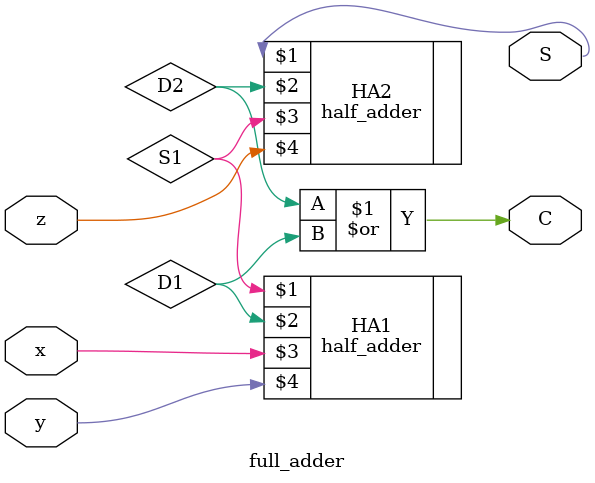
<source format=v>
module full_adder (S,C,x,y,z);
    input x,y,z;
    output S,C;
    // Salidas de la primera XOR y dos compuertas AND
    wire S1,D1,D2;

    // Crear un ejemplar del semisumador
    half_adder HA1(S1,D1,x,y), HA2 (S,D2,S1,z);

    or g1(C,D2,D1);

endmodule
</source>
